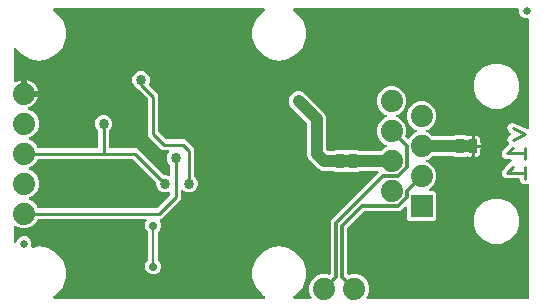
<source format=gbl>
G04 EAGLE Gerber RS-274X export*
G75*
%MOMM*%
%FSLAX34Y34*%
%LPD*%
%INBottom Copper*%
%IPPOS*%
%AMOC8*
5,1,8,0,0,1.08239X$1,22.5*%
G01*
%ADD10C,0.279400*%
%ADD11C,1.879600*%
%ADD12R,1.879600X1.879600*%
%ADD13R,0.660400X1.270000*%
%ADD14C,0.635000*%
%ADD15C,0.863600*%
%ADD16C,0.254000*%
%ADD17C,0.736600*%
%ADD18C,1.016000*%
%ADD19C,0.203200*%
%ADD20C,0.304800*%

G36*
X215748Y4083D02*
X215748Y4083D01*
X215893Y4098D01*
X215906Y4103D01*
X215919Y4105D01*
X216054Y4158D01*
X216191Y4209D01*
X216202Y4217D01*
X216215Y4222D01*
X216332Y4307D01*
X216452Y4390D01*
X216461Y4401D01*
X216472Y4408D01*
X216565Y4520D01*
X216660Y4631D01*
X216666Y4643D01*
X216675Y4653D01*
X216737Y4785D01*
X216802Y4916D01*
X216805Y4929D01*
X216810Y4941D01*
X216838Y5084D01*
X216868Y5227D01*
X216868Y5240D01*
X216870Y5253D01*
X216861Y5398D01*
X216855Y5544D01*
X216851Y5558D01*
X216850Y5571D01*
X216806Y5709D01*
X216763Y5849D01*
X216756Y5861D01*
X216752Y5873D01*
X216675Y5996D01*
X216599Y6121D01*
X216589Y6131D01*
X216582Y6142D01*
X216476Y6242D01*
X216372Y6344D01*
X216357Y6354D01*
X216351Y6360D01*
X216336Y6368D01*
X216238Y6433D01*
X213845Y7815D01*
X208720Y13922D01*
X205993Y21414D01*
X205993Y29386D01*
X208720Y36878D01*
X213844Y42985D01*
X220749Y46971D01*
X228600Y48355D01*
X236451Y46971D01*
X243355Y42985D01*
X248480Y36878D01*
X251207Y29386D01*
X251207Y21414D01*
X248480Y13922D01*
X243356Y7815D01*
X240962Y6433D01*
X240846Y6345D01*
X240728Y6260D01*
X240719Y6249D01*
X240709Y6241D01*
X240618Y6127D01*
X240525Y6015D01*
X240519Y6002D01*
X240511Y5992D01*
X240451Y5858D01*
X240390Y5727D01*
X240387Y5714D01*
X240382Y5701D01*
X240357Y5557D01*
X240330Y5414D01*
X240331Y5401D01*
X240328Y5388D01*
X240341Y5242D01*
X240350Y5097D01*
X240354Y5084D01*
X240355Y5071D01*
X240403Y4933D01*
X240448Y4795D01*
X240455Y4783D01*
X240459Y4770D01*
X240540Y4649D01*
X240618Y4526D01*
X240628Y4517D01*
X240635Y4505D01*
X240743Y4408D01*
X240849Y4308D01*
X240861Y4301D01*
X240871Y4292D01*
X241001Y4225D01*
X241128Y4154D01*
X241141Y4151D01*
X241153Y4145D01*
X241295Y4111D01*
X241436Y4075D01*
X241454Y4074D01*
X241463Y4072D01*
X241480Y4072D01*
X241597Y4065D01*
X254905Y4065D01*
X254954Y4071D01*
X255004Y4069D01*
X255111Y4091D01*
X255221Y4105D01*
X255267Y4123D01*
X255315Y4133D01*
X255414Y4181D01*
X255516Y4222D01*
X255556Y4251D01*
X255601Y4273D01*
X255685Y4344D01*
X255774Y4408D01*
X255805Y4447D01*
X255843Y4479D01*
X255906Y4569D01*
X255976Y4653D01*
X255998Y4698D01*
X256026Y4739D01*
X256065Y4842D01*
X256112Y4941D01*
X256121Y4990D01*
X256139Y5036D01*
X256151Y5146D01*
X256172Y5253D01*
X256169Y5303D01*
X256174Y5352D01*
X256159Y5461D01*
X256152Y5571D01*
X256137Y5618D01*
X256130Y5667D01*
X256078Y5820D01*
X254253Y10224D01*
X254253Y15176D01*
X256148Y19750D01*
X259650Y23252D01*
X264224Y25147D01*
X269176Y25147D01*
X270532Y24585D01*
X270580Y24572D01*
X270625Y24551D01*
X270733Y24530D01*
X270839Y24501D01*
X270889Y24500D01*
X270938Y24491D01*
X271047Y24498D01*
X271157Y24496D01*
X271205Y24507D01*
X271255Y24511D01*
X271359Y24544D01*
X271466Y24570D01*
X271510Y24593D01*
X271557Y24609D01*
X271650Y24667D01*
X271747Y24719D01*
X271784Y24752D01*
X271826Y24779D01*
X271901Y24859D01*
X271983Y24933D01*
X272010Y24974D01*
X272044Y25010D01*
X272097Y25107D01*
X272157Y25198D01*
X272174Y25245D01*
X272198Y25289D01*
X272225Y25395D01*
X272261Y25499D01*
X272265Y25549D01*
X272277Y25597D01*
X272287Y25757D01*
X272287Y70044D01*
X275338Y73095D01*
X312598Y110355D01*
X312683Y110464D01*
X312771Y110571D01*
X312780Y110590D01*
X312792Y110606D01*
X312848Y110734D01*
X312907Y110859D01*
X312911Y110879D01*
X312919Y110898D01*
X312941Y111036D01*
X312967Y111172D01*
X312965Y111192D01*
X312969Y111212D01*
X312956Y111351D01*
X312947Y111489D01*
X312941Y111508D01*
X312939Y111528D01*
X312892Y111660D01*
X312849Y111791D01*
X312838Y111809D01*
X312831Y111828D01*
X312753Y111943D01*
X312679Y112060D01*
X312664Y112074D01*
X312653Y112091D01*
X312549Y112183D01*
X312447Y112278D01*
X312429Y112288D01*
X312414Y112301D01*
X312291Y112364D01*
X312169Y112432D01*
X312149Y112437D01*
X312131Y112446D01*
X311995Y112476D01*
X311861Y112511D01*
X311833Y112513D01*
X311821Y112516D01*
X311800Y112515D01*
X311700Y112521D01*
X297318Y112521D01*
X297219Y112509D01*
X297120Y112506D01*
X297062Y112489D01*
X297002Y112481D01*
X296910Y112445D01*
X296815Y112417D01*
X296763Y112387D01*
X296706Y112364D01*
X296626Y112306D01*
X296541Y112256D01*
X296466Y112190D01*
X296449Y112178D01*
X296441Y112168D01*
X296420Y112149D01*
X295522Y111251D01*
X286261Y111251D01*
X286181Y111292D01*
X286141Y111301D01*
X286104Y111317D01*
X285987Y111336D01*
X285870Y111362D01*
X285830Y111361D01*
X285790Y111367D01*
X285672Y111356D01*
X285553Y111352D01*
X285514Y111341D01*
X285474Y111337D01*
X285361Y111297D01*
X285247Y111264D01*
X285226Y111251D01*
X275978Y111251D01*
X275080Y112150D01*
X275002Y112210D01*
X274930Y112278D01*
X274877Y112307D01*
X274829Y112344D01*
X274738Y112384D01*
X274651Y112432D01*
X274592Y112447D01*
X274537Y112471D01*
X274439Y112486D01*
X274343Y112511D01*
X274243Y112517D01*
X274223Y112521D01*
X274210Y112519D01*
X274182Y112521D01*
X265083Y112521D01*
X262095Y113759D01*
X253459Y122395D01*
X252221Y125383D01*
X252221Y152317D01*
X252209Y152415D01*
X252206Y152514D01*
X252189Y152573D01*
X252181Y152633D01*
X252145Y152725D01*
X252117Y152820D01*
X252087Y152872D01*
X252064Y152928D01*
X252006Y153008D01*
X251956Y153094D01*
X251890Y153169D01*
X251878Y153186D01*
X251868Y153194D01*
X251850Y153215D01*
X238219Y166845D01*
X236981Y169833D01*
X236981Y173067D01*
X238219Y176055D01*
X240505Y178341D01*
X243493Y179579D01*
X246727Y179579D01*
X249715Y178341D01*
X267241Y160815D01*
X268479Y157827D01*
X268479Y130893D01*
X268491Y130795D01*
X268494Y130696D01*
X268511Y130637D01*
X268519Y130577D01*
X268555Y130485D01*
X268583Y130390D01*
X268613Y130338D01*
X268636Y130282D01*
X268694Y130202D01*
X268744Y130116D01*
X268810Y130041D01*
X268822Y130024D01*
X268832Y130016D01*
X268850Y129995D01*
X269695Y129150D01*
X269774Y129090D01*
X269846Y129022D01*
X269899Y128993D01*
X269947Y128956D01*
X270038Y128916D01*
X270124Y128868D01*
X270183Y128853D01*
X270238Y128829D01*
X270336Y128814D01*
X270432Y128789D01*
X270532Y128783D01*
X270553Y128779D01*
X270565Y128781D01*
X270593Y128779D01*
X274182Y128779D01*
X274281Y128791D01*
X274380Y128794D01*
X274438Y128811D01*
X274498Y128819D01*
X274590Y128855D01*
X274685Y128883D01*
X274737Y128913D01*
X274794Y128936D01*
X274874Y128994D01*
X274959Y129044D01*
X275034Y129110D01*
X275051Y129122D01*
X275059Y129132D01*
X275080Y129150D01*
X275978Y130049D01*
X285239Y130049D01*
X285319Y130008D01*
X285358Y129999D01*
X285395Y129983D01*
X285513Y129964D01*
X285629Y129938D01*
X285670Y129939D01*
X285710Y129933D01*
X285828Y129944D01*
X285947Y129948D01*
X285986Y129959D01*
X286026Y129963D01*
X286138Y130003D01*
X286253Y130036D01*
X286274Y130049D01*
X295522Y130049D01*
X296420Y129151D01*
X296498Y129090D01*
X296570Y129022D01*
X296624Y128993D01*
X296671Y128956D01*
X296762Y128916D01*
X296849Y128868D01*
X296908Y128853D01*
X296963Y128829D01*
X297061Y128814D01*
X297157Y128789D01*
X297257Y128783D01*
X297277Y128779D01*
X297290Y128781D01*
X297318Y128779D01*
X313851Y128779D01*
X313949Y128791D01*
X314048Y128794D01*
X314106Y128811D01*
X314166Y128819D01*
X314258Y128855D01*
X314353Y128883D01*
X314406Y128913D01*
X314462Y128936D01*
X314542Y128994D01*
X314627Y129044D01*
X314703Y129110D01*
X314719Y129122D01*
X314727Y129132D01*
X314748Y129150D01*
X316800Y131202D01*
X319155Y132177D01*
X319275Y132246D01*
X319398Y132311D01*
X319413Y132325D01*
X319431Y132335D01*
X319531Y132432D01*
X319634Y132525D01*
X319645Y132542D01*
X319659Y132556D01*
X319732Y132675D01*
X319808Y132791D01*
X319815Y132810D01*
X319826Y132827D01*
X319866Y132960D01*
X319912Y133092D01*
X319913Y133112D01*
X319919Y133131D01*
X319926Y133270D01*
X319937Y133409D01*
X319933Y133429D01*
X319934Y133449D01*
X319906Y133585D01*
X319882Y133722D01*
X319874Y133741D01*
X319870Y133760D01*
X319809Y133886D01*
X319752Y134012D01*
X319739Y134028D01*
X319730Y134046D01*
X319640Y134152D01*
X319553Y134260D01*
X319537Y134273D01*
X319524Y134288D01*
X319410Y134368D01*
X319299Y134452D01*
X319274Y134464D01*
X319264Y134471D01*
X319245Y134478D01*
X319155Y134523D01*
X316800Y135498D01*
X313298Y139000D01*
X311403Y143574D01*
X311403Y148526D01*
X313298Y153100D01*
X316800Y156602D01*
X319155Y157577D01*
X319275Y157646D01*
X319398Y157711D01*
X319413Y157725D01*
X319431Y157735D01*
X319531Y157832D01*
X319634Y157925D01*
X319645Y157942D01*
X319659Y157956D01*
X319732Y158075D01*
X319808Y158191D01*
X319815Y158210D01*
X319826Y158227D01*
X319867Y158360D01*
X319912Y158492D01*
X319913Y158512D01*
X319919Y158531D01*
X319926Y158670D01*
X319937Y158809D01*
X319933Y158829D01*
X319934Y158849D01*
X319906Y158985D01*
X319882Y159122D01*
X319874Y159141D01*
X319870Y159160D01*
X319809Y159286D01*
X319752Y159412D01*
X319739Y159428D01*
X319730Y159446D01*
X319640Y159552D01*
X319553Y159660D01*
X319537Y159673D01*
X319524Y159688D01*
X319410Y159768D01*
X319299Y159852D01*
X319274Y159864D01*
X319264Y159871D01*
X319245Y159878D01*
X319155Y159923D01*
X316799Y160898D01*
X313298Y164400D01*
X311403Y168974D01*
X311403Y173926D01*
X313298Y178500D01*
X316800Y182002D01*
X321374Y183897D01*
X326326Y183897D01*
X330900Y182002D01*
X334402Y178500D01*
X336297Y173926D01*
X336297Y168974D01*
X334402Y164400D01*
X330901Y160898D01*
X328545Y159923D01*
X328424Y159854D01*
X328302Y159789D01*
X328287Y159775D01*
X328269Y159765D01*
X328169Y159668D01*
X328066Y159575D01*
X328055Y159558D01*
X328041Y159544D01*
X327968Y159426D01*
X327892Y159309D01*
X327885Y159290D01*
X327874Y159273D01*
X327834Y159140D01*
X327788Y159008D01*
X327787Y158988D01*
X327781Y158969D01*
X327774Y158830D01*
X327763Y158691D01*
X327767Y158671D01*
X327766Y158651D01*
X327794Y158515D01*
X327818Y158378D01*
X327826Y158359D01*
X327830Y158340D01*
X327891Y158215D01*
X327948Y158088D01*
X327961Y158072D01*
X327970Y158054D01*
X328060Y157948D01*
X328147Y157840D01*
X328163Y157827D01*
X328176Y157812D01*
X328290Y157732D01*
X328401Y157648D01*
X328426Y157636D01*
X328436Y157629D01*
X328455Y157622D01*
X328545Y157577D01*
X330900Y156602D01*
X334402Y153100D01*
X336297Y148526D01*
X336297Y143574D01*
X335595Y141880D01*
X335587Y141852D01*
X335574Y141825D01*
X335545Y141698D01*
X335511Y141573D01*
X335511Y141544D01*
X335504Y141515D01*
X335508Y141385D01*
X335506Y141255D01*
X335513Y141226D01*
X335514Y141197D01*
X335550Y141072D01*
X335580Y140946D01*
X335594Y140920D01*
X335602Y140891D01*
X335668Y140780D01*
X335729Y140665D01*
X335749Y140643D01*
X335764Y140618D01*
X335870Y140497D01*
X336555Y139812D01*
X336594Y139781D01*
X336628Y139745D01*
X336719Y139684D01*
X336806Y139617D01*
X336852Y139597D01*
X336893Y139570D01*
X336997Y139534D01*
X337098Y139491D01*
X337147Y139483D01*
X337194Y139467D01*
X337303Y139458D01*
X337412Y139441D01*
X337462Y139446D01*
X337511Y139442D01*
X337619Y139460D01*
X337729Y139471D01*
X337776Y139487D01*
X337824Y139496D01*
X337924Y139541D01*
X338028Y139578D01*
X338069Y139606D01*
X338114Y139627D01*
X338200Y139695D01*
X338291Y139757D01*
X338324Y139794D01*
X338363Y139825D01*
X338429Y139913D01*
X338502Y139995D01*
X338524Y140040D01*
X338554Y140079D01*
X338625Y140224D01*
X338698Y140401D01*
X342200Y143902D01*
X344555Y144877D01*
X344675Y144946D01*
X344798Y145011D01*
X344813Y145025D01*
X344831Y145035D01*
X344931Y145132D01*
X345034Y145225D01*
X345045Y145242D01*
X345059Y145256D01*
X345132Y145375D01*
X345208Y145491D01*
X345215Y145510D01*
X345226Y145527D01*
X345266Y145660D01*
X345312Y145792D01*
X345313Y145812D01*
X345319Y145831D01*
X345326Y145970D01*
X345337Y146109D01*
X345333Y146129D01*
X345334Y146149D01*
X345306Y146285D01*
X345282Y146422D01*
X345274Y146441D01*
X345270Y146460D01*
X345209Y146586D01*
X345152Y146712D01*
X345139Y146728D01*
X345130Y146746D01*
X345040Y146852D01*
X344953Y146960D01*
X344937Y146973D01*
X344924Y146988D01*
X344810Y147068D01*
X344699Y147152D01*
X344674Y147164D01*
X344664Y147171D01*
X344645Y147178D01*
X344555Y147223D01*
X342200Y148198D01*
X338698Y151700D01*
X336803Y156274D01*
X336803Y161226D01*
X338698Y165800D01*
X342200Y169302D01*
X346774Y171197D01*
X351726Y171197D01*
X356300Y169302D01*
X359802Y165800D01*
X361697Y161226D01*
X361697Y156274D01*
X359802Y151700D01*
X356300Y148198D01*
X353945Y147223D01*
X353825Y147154D01*
X353702Y147089D01*
X353687Y147075D01*
X353669Y147065D01*
X353569Y146968D01*
X353466Y146875D01*
X353455Y146858D01*
X353441Y146844D01*
X353368Y146726D01*
X353292Y146609D01*
X353285Y146590D01*
X353274Y146573D01*
X353234Y146440D01*
X353188Y146308D01*
X353187Y146288D01*
X353181Y146269D01*
X353174Y146130D01*
X353163Y145991D01*
X353167Y145971D01*
X353166Y145951D01*
X353194Y145815D01*
X353218Y145678D01*
X353226Y145659D01*
X353230Y145640D01*
X353291Y145515D01*
X353348Y145388D01*
X353361Y145372D01*
X353370Y145354D01*
X353460Y145248D01*
X353547Y145140D01*
X353563Y145127D01*
X353576Y145112D01*
X353690Y145032D01*
X353801Y144948D01*
X353826Y144936D01*
X353836Y144929D01*
X353855Y144922D01*
X353945Y144877D01*
X356300Y143902D01*
X358352Y141850D01*
X358430Y141790D01*
X358502Y141722D01*
X358555Y141693D01*
X358603Y141656D01*
X358694Y141616D01*
X358781Y141568D01*
X358839Y141553D01*
X358895Y141529D01*
X358993Y141514D01*
X359089Y141489D01*
X359189Y141483D01*
X359209Y141479D01*
X359221Y141481D01*
X359249Y141479D01*
X375782Y141479D01*
X375881Y141491D01*
X375980Y141494D01*
X376038Y141511D01*
X376098Y141519D01*
X376190Y141555D01*
X376285Y141583D01*
X376337Y141613D01*
X376394Y141636D01*
X376474Y141694D01*
X376559Y141744D01*
X376634Y141810D01*
X376651Y141822D01*
X376659Y141832D01*
X376680Y141851D01*
X377578Y142749D01*
X386708Y142749D01*
X387058Y142399D01*
X387141Y142334D01*
X387219Y142262D01*
X387267Y142237D01*
X387309Y142204D01*
X387406Y142162D01*
X387499Y142112D01*
X387551Y142099D01*
X387601Y142077D01*
X387706Y142061D01*
X387808Y142035D01*
X387862Y142036D01*
X387915Y142028D01*
X388020Y142037D01*
X388126Y142038D01*
X388210Y142055D01*
X388232Y142057D01*
X388246Y142063D01*
X388284Y142070D01*
X388921Y142241D01*
X391017Y142241D01*
X391027Y142209D01*
X391049Y142174D01*
X391064Y142137D01*
X391133Y142041D01*
X391197Y141940D01*
X391227Y141912D01*
X391250Y141879D01*
X391342Y141803D01*
X391429Y141722D01*
X391464Y141702D01*
X391495Y141677D01*
X391603Y141626D01*
X391707Y141568D01*
X391747Y141558D01*
X391783Y141541D01*
X391900Y141519D01*
X392015Y141489D01*
X392075Y141485D01*
X392095Y141481D01*
X392116Y141483D01*
X392176Y141479D01*
X392938Y141479D01*
X393056Y141494D01*
X393175Y141501D01*
X393213Y141514D01*
X393254Y141519D01*
X393364Y141562D01*
X393477Y141599D01*
X393512Y141621D01*
X393549Y141636D01*
X393645Y141705D01*
X393746Y141769D01*
X393774Y141799D01*
X393807Y141822D01*
X393883Y141914D01*
X393964Y142001D01*
X393984Y142036D01*
X394009Y142067D01*
X394060Y142175D01*
X394096Y142241D01*
X396193Y142241D01*
X396840Y142068D01*
X397419Y141733D01*
X397892Y141260D01*
X398227Y140681D01*
X398400Y140034D01*
X398400Y137366D01*
X398401Y137356D01*
X398400Y137347D01*
X398421Y137198D01*
X398440Y137050D01*
X398443Y137041D01*
X398444Y137032D01*
X398496Y136880D01*
X399289Y134967D01*
X399289Y131733D01*
X398496Y129820D01*
X398494Y129811D01*
X398489Y129803D01*
X398452Y129658D01*
X398412Y129513D01*
X398412Y129504D01*
X398410Y129495D01*
X398400Y129334D01*
X398400Y126665D01*
X398227Y126019D01*
X397892Y125440D01*
X397419Y124967D01*
X396840Y124632D01*
X396193Y124459D01*
X394097Y124459D01*
X394087Y124491D01*
X394065Y124526D01*
X394050Y124563D01*
X393981Y124659D01*
X393917Y124760D01*
X393887Y124788D01*
X393864Y124821D01*
X393772Y124897D01*
X393685Y124978D01*
X393650Y124998D01*
X393619Y125023D01*
X393511Y125074D01*
X393407Y125132D01*
X393367Y125142D01*
X393331Y125159D01*
X393214Y125181D01*
X393099Y125211D01*
X393039Y125215D01*
X393019Y125219D01*
X392998Y125217D01*
X392938Y125221D01*
X392176Y125221D01*
X392058Y125206D01*
X391939Y125199D01*
X391901Y125186D01*
X391860Y125181D01*
X391750Y125138D01*
X391637Y125101D01*
X391602Y125079D01*
X391565Y125064D01*
X391468Y124995D01*
X391368Y124931D01*
X391340Y124901D01*
X391307Y124878D01*
X391231Y124786D01*
X391150Y124699D01*
X391130Y124664D01*
X391105Y124633D01*
X391054Y124525D01*
X391018Y124459D01*
X388920Y124459D01*
X388284Y124630D01*
X388179Y124644D01*
X388076Y124667D01*
X388022Y124666D01*
X387969Y124673D01*
X387864Y124661D01*
X387758Y124658D01*
X387706Y124643D01*
X387653Y124637D01*
X387554Y124599D01*
X387453Y124569D01*
X387406Y124542D01*
X387356Y124523D01*
X387270Y124461D01*
X387179Y124408D01*
X387115Y124351D01*
X387097Y124339D01*
X387086Y124327D01*
X387058Y124301D01*
X386708Y123951D01*
X377578Y123951D01*
X376680Y124849D01*
X376602Y124910D01*
X376530Y124978D01*
X376476Y125007D01*
X376429Y125044D01*
X376338Y125084D01*
X376251Y125132D01*
X376192Y125147D01*
X376137Y125171D01*
X376039Y125186D01*
X375943Y125211D01*
X375843Y125217D01*
X375823Y125221D01*
X375810Y125219D01*
X375782Y125221D01*
X359249Y125221D01*
X359151Y125209D01*
X359052Y125206D01*
X358994Y125189D01*
X358934Y125181D01*
X358842Y125145D01*
X358747Y125117D01*
X358694Y125087D01*
X358638Y125064D01*
X358558Y125006D01*
X358473Y124956D01*
X358397Y124890D01*
X358381Y124878D01*
X358373Y124868D01*
X358352Y124850D01*
X356300Y122798D01*
X353945Y121823D01*
X353825Y121754D01*
X353702Y121689D01*
X353687Y121675D01*
X353669Y121665D01*
X353569Y121568D01*
X353466Y121475D01*
X353455Y121458D01*
X353441Y121444D01*
X353368Y121326D01*
X353292Y121209D01*
X353285Y121190D01*
X353274Y121173D01*
X353234Y121040D01*
X353188Y120908D01*
X353187Y120888D01*
X353181Y120869D01*
X353174Y120730D01*
X353163Y120591D01*
X353167Y120571D01*
X353166Y120551D01*
X353194Y120415D01*
X353218Y120278D01*
X353226Y120259D01*
X353230Y120240D01*
X353291Y120115D01*
X353348Y119988D01*
X353361Y119972D01*
X353370Y119954D01*
X353460Y119848D01*
X353547Y119740D01*
X353563Y119727D01*
X353576Y119712D01*
X353690Y119632D01*
X353801Y119548D01*
X353826Y119536D01*
X353836Y119529D01*
X353855Y119522D01*
X353945Y119477D01*
X356300Y118502D01*
X359802Y115000D01*
X361697Y110426D01*
X361697Y105474D01*
X359802Y100900D01*
X356286Y97384D01*
X356273Y97378D01*
X356200Y97326D01*
X356122Y97281D01*
X356072Y97233D01*
X356015Y97192D01*
X355958Y97122D01*
X355894Y97060D01*
X355857Y97000D01*
X355812Y96947D01*
X355774Y96865D01*
X355727Y96789D01*
X355707Y96722D01*
X355677Y96659D01*
X355660Y96571D01*
X355634Y96485D01*
X355630Y96415D01*
X355617Y96346D01*
X355623Y96257D01*
X355618Y96167D01*
X355633Y96099D01*
X355637Y96029D01*
X355665Y95944D01*
X355683Y95856D01*
X355713Y95793D01*
X355735Y95727D01*
X355783Y95651D01*
X355822Y95570D01*
X355868Y95517D01*
X355905Y95458D01*
X355970Y95396D01*
X356029Y95328D01*
X356086Y95288D01*
X356137Y95240D01*
X356215Y95197D01*
X356289Y95145D01*
X356354Y95120D01*
X356415Y95086D01*
X356502Y95064D01*
X356586Y95032D01*
X356656Y95024D01*
X356723Y95007D01*
X356884Y94997D01*
X359911Y94997D01*
X361697Y93211D01*
X361697Y71889D01*
X359911Y70103D01*
X338589Y70103D01*
X336803Y71889D01*
X336803Y80712D01*
X336786Y80849D01*
X336773Y80988D01*
X336766Y81007D01*
X336763Y81027D01*
X336712Y81156D01*
X336665Y81287D01*
X336654Y81304D01*
X336646Y81323D01*
X336565Y81435D01*
X336487Y81550D01*
X336471Y81564D01*
X336460Y81580D01*
X336352Y81669D01*
X336248Y81761D01*
X336230Y81770D01*
X336215Y81783D01*
X336089Y81842D01*
X335965Y81905D01*
X335945Y81910D01*
X335927Y81919D01*
X335791Y81945D01*
X335655Y81975D01*
X335634Y81974D01*
X335615Y81978D01*
X335476Y81970D01*
X335337Y81965D01*
X335317Y81960D01*
X335297Y81959D01*
X335165Y81916D01*
X335031Y81877D01*
X335014Y81867D01*
X334995Y81861D01*
X334877Y81786D01*
X334757Y81716D01*
X334736Y81697D01*
X334726Y81690D01*
X334712Y81675D01*
X334637Y81609D01*
X334055Y81028D01*
X331005Y77977D01*
X300870Y77977D01*
X300772Y77965D01*
X300673Y77962D01*
X300614Y77945D01*
X300554Y77937D01*
X300462Y77901D01*
X300367Y77873D01*
X300315Y77843D01*
X300259Y77820D01*
X300179Y77762D01*
X300093Y77712D01*
X300018Y77646D01*
X300001Y77634D01*
X299993Y77624D01*
X299972Y77606D01*
X286884Y64518D01*
X286824Y64439D01*
X286756Y64367D01*
X286727Y64314D01*
X286690Y64266D01*
X286650Y64175D01*
X286602Y64089D01*
X286587Y64030D01*
X286563Y63975D01*
X286548Y63876D01*
X286523Y63781D01*
X286517Y63681D01*
X286513Y63660D01*
X286515Y63648D01*
X286513Y63620D01*
X286513Y25757D01*
X286519Y25708D01*
X286517Y25659D01*
X286539Y25551D01*
X286553Y25442D01*
X286571Y25396D01*
X286581Y25347D01*
X286629Y25249D01*
X286670Y25146D01*
X286699Y25106D01*
X286721Y25061D01*
X286792Y24978D01*
X286856Y24889D01*
X286895Y24857D01*
X286927Y24819D01*
X287017Y24756D01*
X287101Y24686D01*
X287146Y24665D01*
X287187Y24636D01*
X287290Y24597D01*
X287389Y24551D01*
X287438Y24541D01*
X287484Y24524D01*
X287594Y24511D01*
X287701Y24491D01*
X287751Y24494D01*
X287800Y24488D01*
X287909Y24504D01*
X288019Y24511D01*
X288066Y24526D01*
X288115Y24533D01*
X288268Y24585D01*
X289624Y25147D01*
X294576Y25147D01*
X299150Y23252D01*
X302652Y19750D01*
X304547Y15176D01*
X304547Y10224D01*
X302722Y5820D01*
X302709Y5772D01*
X302688Y5727D01*
X302667Y5619D01*
X302638Y5513D01*
X302638Y5463D01*
X302628Y5414D01*
X302635Y5305D01*
X302633Y5195D01*
X302645Y5147D01*
X302648Y5097D01*
X302682Y4993D01*
X302707Y4886D01*
X302731Y4842D01*
X302746Y4795D01*
X302805Y4702D01*
X302856Y4605D01*
X302890Y4568D01*
X302916Y4526D01*
X302996Y4451D01*
X303070Y4369D01*
X303112Y4342D01*
X303148Y4308D01*
X303244Y4255D01*
X303336Y4195D01*
X303383Y4178D01*
X303426Y4154D01*
X303533Y4127D01*
X303637Y4091D01*
X303686Y4087D01*
X303734Y4075D01*
X303895Y4065D01*
X439166Y4065D01*
X439284Y4080D01*
X439403Y4087D01*
X439441Y4100D01*
X439482Y4105D01*
X439592Y4148D01*
X439705Y4185D01*
X439740Y4207D01*
X439777Y4222D01*
X439873Y4291D01*
X439974Y4355D01*
X440002Y4385D01*
X440035Y4408D01*
X440111Y4500D01*
X440192Y4587D01*
X440212Y4622D01*
X440237Y4653D01*
X440288Y4761D01*
X440346Y4865D01*
X440356Y4905D01*
X440373Y4941D01*
X440395Y5058D01*
X440425Y5173D01*
X440429Y5233D01*
X440433Y5253D01*
X440431Y5274D01*
X440435Y5334D01*
X440435Y100052D01*
X440418Y100189D01*
X440405Y100328D01*
X440398Y100347D01*
X440395Y100367D01*
X440344Y100496D01*
X440297Y100628D01*
X440286Y100644D01*
X440278Y100663D01*
X440197Y100775D01*
X440118Y100891D01*
X440103Y100904D01*
X440092Y100920D01*
X439984Y101009D01*
X439880Y101101D01*
X439862Y101110D01*
X439847Y101123D01*
X439721Y101182D01*
X439597Y101246D01*
X439577Y101250D01*
X439559Y101258D01*
X439422Y101285D01*
X439286Y101315D01*
X439266Y101314D01*
X439247Y101318D01*
X439107Y101310D01*
X438968Y101305D01*
X438949Y101300D01*
X438929Y101298D01*
X438857Y101275D01*
X434912Y101275D01*
X432307Y103879D01*
X432307Y105005D01*
X432292Y105124D01*
X432285Y105242D01*
X432272Y105281D01*
X432267Y105321D01*
X432224Y105432D01*
X432187Y105545D01*
X432165Y105579D01*
X432150Y105617D01*
X432081Y105713D01*
X432017Y105813D01*
X431987Y105841D01*
X431964Y105874D01*
X431872Y105950D01*
X431785Y106031D01*
X431750Y106051D01*
X431719Y106077D01*
X431611Y106127D01*
X431507Y106185D01*
X431467Y106195D01*
X431431Y106212D01*
X431314Y106235D01*
X431199Y106264D01*
X431139Y106268D01*
X431119Y106272D01*
X431098Y106271D01*
X431038Y106275D01*
X419913Y106275D01*
X418635Y107552D01*
X417308Y108879D01*
X417308Y112562D01*
X419679Y114932D01*
X420284Y115538D01*
X425226Y120479D01*
X425311Y120589D01*
X425400Y120696D01*
X425409Y120715D01*
X425421Y120731D01*
X425477Y120859D01*
X425536Y120984D01*
X425539Y121004D01*
X425547Y121022D01*
X425569Y121160D01*
X425595Y121296D01*
X425594Y121316D01*
X425597Y121337D01*
X425584Y121475D01*
X425576Y121614D01*
X425569Y121633D01*
X425567Y121653D01*
X425520Y121784D01*
X425478Y121916D01*
X425467Y121933D01*
X425460Y121952D01*
X425382Y122068D01*
X425307Y122185D01*
X425293Y122199D01*
X425281Y122216D01*
X425177Y122308D01*
X425076Y122403D01*
X425058Y122413D01*
X425043Y122426D01*
X424919Y122489D01*
X424797Y122556D01*
X424778Y122561D01*
X424760Y122571D01*
X424624Y122601D01*
X424489Y122636D01*
X424461Y122638D01*
X424449Y122640D01*
X424429Y122640D01*
X424329Y122646D01*
X419913Y122646D01*
X418635Y123924D01*
X417308Y125250D01*
X417308Y128933D01*
X419679Y131304D01*
X420284Y131909D01*
X422822Y134446D01*
X422867Y134505D01*
X422920Y134558D01*
X422964Y134630D01*
X423017Y134698D01*
X423046Y134766D01*
X423085Y134830D01*
X423109Y134911D01*
X423143Y134990D01*
X423155Y135063D01*
X423176Y135135D01*
X423179Y135219D01*
X423193Y135304D01*
X423186Y135378D01*
X423189Y135452D01*
X423171Y135536D01*
X423163Y135620D01*
X423138Y135691D01*
X423122Y135763D01*
X423059Y135912D01*
X421954Y138123D01*
X423119Y141617D01*
X424542Y142328D01*
X424583Y142356D01*
X424628Y142376D01*
X424714Y142444D01*
X424806Y142505D01*
X424839Y142542D01*
X424878Y142572D01*
X424945Y142660D01*
X425018Y142742D01*
X425041Y142786D01*
X425071Y142825D01*
X425114Y142926D01*
X425165Y143024D01*
X425176Y143072D01*
X425195Y143118D01*
X425212Y143227D01*
X425237Y143334D01*
X425235Y143383D01*
X425243Y143432D01*
X425232Y143542D01*
X425229Y143652D01*
X425216Y143699D01*
X425211Y143749D01*
X425173Y143852D01*
X425143Y143958D01*
X425118Y144001D01*
X425101Y144047D01*
X425038Y144138D01*
X424983Y144233D01*
X424949Y144268D01*
X424921Y144309D01*
X424838Y144381D01*
X424760Y144460D01*
X424718Y144485D01*
X424681Y144518D01*
X424542Y144599D01*
X423119Y145310D01*
X421954Y148804D01*
X423601Y152098D01*
X427095Y153263D01*
X438378Y147621D01*
X438387Y147618D01*
X438395Y147613D01*
X438457Y147588D01*
X438472Y147580D01*
X438487Y147576D01*
X438544Y147553D01*
X438765Y147479D01*
X438769Y147478D01*
X438773Y147476D01*
X438922Y147448D01*
X439076Y147417D01*
X439081Y147417D01*
X439086Y147416D01*
X439239Y147426D01*
X439394Y147435D01*
X439398Y147436D01*
X439403Y147436D01*
X439549Y147483D01*
X439697Y147530D01*
X439701Y147533D01*
X439705Y147534D01*
X439835Y147617D01*
X439967Y147699D01*
X439970Y147702D01*
X439974Y147704D01*
X440081Y147818D01*
X440187Y147929D01*
X440189Y147933D01*
X440192Y147936D01*
X440267Y148072D01*
X440342Y148206D01*
X440343Y148211D01*
X440346Y148215D01*
X440384Y148364D01*
X440424Y148513D01*
X440424Y148518D01*
X440425Y148522D01*
X440435Y148683D01*
X440435Y240157D01*
X440420Y240275D01*
X440413Y240394D01*
X440400Y240432D01*
X440395Y240473D01*
X440352Y240583D01*
X440315Y240696D01*
X440293Y240731D01*
X440278Y240768D01*
X440209Y240864D01*
X440145Y240965D01*
X440115Y240993D01*
X440092Y241026D01*
X440000Y241102D01*
X439913Y241183D01*
X439878Y241203D01*
X439847Y241228D01*
X439739Y241279D01*
X439635Y241337D01*
X439595Y241347D01*
X439559Y241364D01*
X439442Y241386D01*
X439327Y241416D01*
X439267Y241420D01*
X439247Y241424D01*
X439226Y241422D01*
X439166Y241426D01*
X436912Y241426D01*
X434625Y242374D01*
X432874Y244125D01*
X431926Y246412D01*
X431926Y248666D01*
X431911Y248784D01*
X431904Y248903D01*
X431891Y248941D01*
X431886Y248982D01*
X431843Y249092D01*
X431806Y249205D01*
X431784Y249240D01*
X431769Y249277D01*
X431700Y249373D01*
X431636Y249474D01*
X431606Y249502D01*
X431583Y249535D01*
X431491Y249611D01*
X431404Y249692D01*
X431369Y249712D01*
X431338Y249737D01*
X431230Y249788D01*
X431126Y249846D01*
X431086Y249856D01*
X431050Y249873D01*
X430933Y249895D01*
X430818Y249925D01*
X430758Y249929D01*
X430738Y249933D01*
X430717Y249931D01*
X430657Y249935D01*
X241597Y249935D01*
X241452Y249917D01*
X241307Y249902D01*
X241294Y249897D01*
X241281Y249895D01*
X241146Y249842D01*
X241009Y249791D01*
X240998Y249783D01*
X240985Y249778D01*
X240868Y249693D01*
X240748Y249610D01*
X240739Y249599D01*
X240728Y249592D01*
X240635Y249480D01*
X240540Y249369D01*
X240534Y249357D01*
X240525Y249347D01*
X240463Y249215D01*
X240398Y249084D01*
X240395Y249071D01*
X240390Y249059D01*
X240362Y248917D01*
X240332Y248773D01*
X240332Y248760D01*
X240330Y248747D01*
X240339Y248602D01*
X240345Y248456D01*
X240349Y248442D01*
X240350Y248429D01*
X240394Y248291D01*
X240437Y248151D01*
X240444Y248139D01*
X240448Y248127D01*
X240525Y248004D01*
X240601Y247879D01*
X240611Y247869D01*
X240618Y247858D01*
X240724Y247758D01*
X240828Y247656D01*
X240843Y247646D01*
X240849Y247640D01*
X240864Y247632D01*
X240962Y247567D01*
X243355Y246185D01*
X248480Y240078D01*
X251207Y232586D01*
X251207Y224614D01*
X248480Y217122D01*
X243356Y211015D01*
X236451Y207029D01*
X228600Y205645D01*
X220749Y207029D01*
X213845Y211015D01*
X208720Y217122D01*
X205993Y224614D01*
X205993Y232586D01*
X208720Y240078D01*
X213844Y246185D01*
X216238Y247567D01*
X216354Y247655D01*
X216472Y247740D01*
X216481Y247751D01*
X216491Y247759D01*
X216582Y247873D01*
X216675Y247985D01*
X216681Y247998D01*
X216689Y248008D01*
X216749Y248142D01*
X216810Y248273D01*
X216813Y248286D01*
X216818Y248299D01*
X216843Y248443D01*
X216870Y248586D01*
X216869Y248599D01*
X216872Y248612D01*
X216859Y248758D01*
X216850Y248903D01*
X216846Y248916D01*
X216845Y248929D01*
X216797Y249067D01*
X216752Y249205D01*
X216745Y249217D01*
X216741Y249230D01*
X216660Y249351D01*
X216582Y249474D01*
X216572Y249483D01*
X216565Y249495D01*
X216457Y249592D01*
X216351Y249692D01*
X216339Y249699D01*
X216329Y249708D01*
X216199Y249775D01*
X216072Y249846D01*
X216059Y249849D01*
X216047Y249855D01*
X215905Y249889D01*
X215764Y249925D01*
X215746Y249926D01*
X215737Y249928D01*
X215720Y249928D01*
X215603Y249935D01*
X38397Y249935D01*
X38252Y249917D01*
X38107Y249902D01*
X38094Y249897D01*
X38081Y249895D01*
X37946Y249842D01*
X37809Y249791D01*
X37798Y249783D01*
X37785Y249778D01*
X37668Y249693D01*
X37548Y249610D01*
X37539Y249599D01*
X37528Y249592D01*
X37435Y249480D01*
X37340Y249369D01*
X37334Y249357D01*
X37325Y249347D01*
X37263Y249215D01*
X37198Y249084D01*
X37195Y249071D01*
X37190Y249059D01*
X37162Y248917D01*
X37132Y248773D01*
X37132Y248760D01*
X37130Y248747D01*
X37139Y248602D01*
X37145Y248456D01*
X37149Y248442D01*
X37150Y248429D01*
X37194Y248291D01*
X37237Y248151D01*
X37244Y248139D01*
X37248Y248127D01*
X37325Y248004D01*
X37401Y247879D01*
X37411Y247869D01*
X37418Y247858D01*
X37524Y247758D01*
X37628Y247656D01*
X37643Y247646D01*
X37649Y247640D01*
X37664Y247632D01*
X37762Y247567D01*
X40155Y246185D01*
X45280Y240078D01*
X48007Y232586D01*
X48007Y224614D01*
X45280Y217122D01*
X40156Y211015D01*
X33251Y207029D01*
X25400Y205645D01*
X17549Y207029D01*
X10645Y211015D01*
X6306Y216185D01*
X6280Y216209D01*
X6260Y216238D01*
X6164Y216317D01*
X6073Y216401D01*
X6042Y216418D01*
X6015Y216441D01*
X5902Y216494D01*
X5793Y216553D01*
X5759Y216561D01*
X5727Y216576D01*
X5605Y216599D01*
X5485Y216630D01*
X5449Y216629D01*
X5414Y216636D01*
X5291Y216628D01*
X5167Y216627D01*
X5132Y216618D01*
X5097Y216616D01*
X4979Y216578D01*
X4859Y216546D01*
X4828Y216529D01*
X4795Y216518D01*
X4690Y216452D01*
X4581Y216391D01*
X4556Y216367D01*
X4526Y216348D01*
X4441Y216258D01*
X4351Y216172D01*
X4332Y216142D01*
X4308Y216116D01*
X4248Y216008D01*
X4182Y215903D01*
X4171Y215869D01*
X4154Y215838D01*
X4123Y215718D01*
X4086Y215600D01*
X4084Y215564D01*
X4075Y215530D01*
X4065Y215369D01*
X4065Y188774D01*
X4070Y188735D01*
X4067Y188695D01*
X4090Y188577D01*
X4105Y188459D01*
X4119Y188422D01*
X4127Y188383D01*
X4178Y188274D01*
X4222Y188163D01*
X4245Y188131D01*
X4262Y188095D01*
X4338Y188003D01*
X4408Y187906D01*
X4439Y187880D01*
X4464Y187850D01*
X4561Y187779D01*
X4653Y187703D01*
X4689Y187686D01*
X4722Y187662D01*
X4833Y187618D01*
X4941Y187567D01*
X4980Y187560D01*
X5017Y187545D01*
X5136Y187530D01*
X5253Y187508D01*
X5293Y187510D01*
X5333Y187505D01*
X5452Y187520D01*
X5571Y187527D01*
X5609Y187540D01*
X5648Y187545D01*
X5760Y187588D01*
X5873Y187625D01*
X5907Y187647D01*
X5944Y187661D01*
X6080Y187747D01*
X6443Y188011D01*
X8117Y188864D01*
X9904Y189445D01*
X10161Y189485D01*
X10161Y179070D01*
X10176Y178952D01*
X10183Y178833D01*
X10196Y178795D01*
X10201Y178755D01*
X10244Y178644D01*
X10281Y178531D01*
X10303Y178497D01*
X10318Y178459D01*
X10388Y178363D01*
X10451Y178262D01*
X10481Y178234D01*
X10504Y178202D01*
X10596Y178126D01*
X10683Y178044D01*
X10718Y178025D01*
X10749Y177999D01*
X10857Y177948D01*
X10961Y177891D01*
X11001Y177880D01*
X11037Y177863D01*
X11154Y177841D01*
X11269Y177811D01*
X11330Y177807D01*
X11350Y177803D01*
X11370Y177805D01*
X11430Y177801D01*
X12701Y177801D01*
X12701Y176530D01*
X12716Y176412D01*
X12723Y176293D01*
X12736Y176255D01*
X12741Y176214D01*
X12785Y176104D01*
X12821Y175991D01*
X12843Y175956D01*
X12858Y175919D01*
X12928Y175823D01*
X12991Y175722D01*
X13021Y175694D01*
X13045Y175661D01*
X13136Y175586D01*
X13223Y175504D01*
X13258Y175484D01*
X13290Y175459D01*
X13397Y175408D01*
X13502Y175350D01*
X13541Y175340D01*
X13577Y175323D01*
X13694Y175301D01*
X13809Y175271D01*
X13870Y175267D01*
X13890Y175263D01*
X13910Y175265D01*
X13970Y175261D01*
X24385Y175261D01*
X24345Y175004D01*
X23764Y173217D01*
X22911Y171543D01*
X21806Y170022D01*
X20478Y168694D01*
X18957Y167589D01*
X17283Y166736D01*
X16818Y166585D01*
X16791Y166572D01*
X16762Y166565D01*
X16647Y166505D01*
X16530Y166450D01*
X16507Y166431D01*
X16481Y166417D01*
X16385Y166329D01*
X16285Y166247D01*
X16268Y166223D01*
X16246Y166203D01*
X16175Y166094D01*
X16098Y165990D01*
X16087Y165962D01*
X16071Y165937D01*
X16029Y165815D01*
X15981Y165694D01*
X15977Y165664D01*
X15968Y165636D01*
X15957Y165507D01*
X15941Y165378D01*
X15945Y165349D01*
X15942Y165319D01*
X15965Y165191D01*
X15981Y165063D01*
X15992Y165035D01*
X15997Y165006D01*
X16050Y164888D01*
X16098Y164767D01*
X16115Y164743D01*
X16127Y164716D01*
X16208Y164615D01*
X16284Y164510D01*
X16307Y164491D01*
X16326Y164467D01*
X16429Y164390D01*
X16529Y164307D01*
X16556Y164294D01*
X16580Y164276D01*
X16725Y164205D01*
X19750Y162952D01*
X23252Y159450D01*
X25147Y154876D01*
X25147Y149924D01*
X23252Y145350D01*
X19751Y141848D01*
X17395Y140873D01*
X17274Y140804D01*
X17152Y140739D01*
X17137Y140725D01*
X17119Y140715D01*
X17019Y140618D01*
X16916Y140525D01*
X16905Y140508D01*
X16891Y140494D01*
X16818Y140376D01*
X16742Y140259D01*
X16735Y140240D01*
X16724Y140223D01*
X16684Y140090D01*
X16638Y139958D01*
X16637Y139938D01*
X16631Y139919D01*
X16624Y139780D01*
X16613Y139641D01*
X16617Y139621D01*
X16616Y139601D01*
X16644Y139465D01*
X16668Y139328D01*
X16676Y139309D01*
X16680Y139290D01*
X16741Y139165D01*
X16798Y139038D01*
X16811Y139022D01*
X16820Y139004D01*
X16910Y138898D01*
X16997Y138790D01*
X17013Y138777D01*
X17026Y138762D01*
X17140Y138682D01*
X17251Y138598D01*
X17276Y138586D01*
X17286Y138579D01*
X17305Y138572D01*
X17395Y138527D01*
X19750Y137552D01*
X23252Y134050D01*
X24059Y132102D01*
X24073Y132077D01*
X24083Y132049D01*
X24152Y131939D01*
X24216Y131826D01*
X24237Y131805D01*
X24253Y131780D01*
X24347Y131691D01*
X24438Y131598D01*
X24463Y131582D01*
X24484Y131562D01*
X24598Y131499D01*
X24709Y131431D01*
X24737Y131423D01*
X24763Y131408D01*
X24889Y131376D01*
X25013Y131338D01*
X25042Y131336D01*
X25071Y131329D01*
X25231Y131319D01*
X74422Y131319D01*
X74540Y131334D01*
X74659Y131341D01*
X74697Y131354D01*
X74738Y131359D01*
X74848Y131402D01*
X74961Y131439D01*
X74996Y131461D01*
X75033Y131476D01*
X75129Y131545D01*
X75230Y131609D01*
X75258Y131639D01*
X75291Y131662D01*
X75367Y131754D01*
X75448Y131841D01*
X75468Y131876D01*
X75493Y131907D01*
X75544Y132015D01*
X75602Y132119D01*
X75612Y132159D01*
X75629Y132195D01*
X75651Y132312D01*
X75681Y132427D01*
X75685Y132487D01*
X75689Y132507D01*
X75687Y132528D01*
X75691Y132588D01*
X75691Y145775D01*
X75679Y145873D01*
X75676Y145972D01*
X75659Y146030D01*
X75651Y146090D01*
X75615Y146182D01*
X75587Y146278D01*
X75557Y146330D01*
X75534Y146386D01*
X75476Y146466D01*
X75426Y146552D01*
X75360Y146627D01*
X75348Y146643D01*
X75338Y146651D01*
X75320Y146672D01*
X73765Y148227D01*
X72643Y150935D01*
X72643Y153865D01*
X73765Y156573D01*
X75837Y158645D01*
X78545Y159767D01*
X81475Y159767D01*
X84183Y158645D01*
X86255Y156573D01*
X87377Y153865D01*
X87377Y150935D01*
X86255Y148227D01*
X84700Y146672D01*
X84640Y146594D01*
X84572Y146522D01*
X84543Y146469D01*
X84506Y146421D01*
X84466Y146330D01*
X84418Y146244D01*
X84403Y146185D01*
X84379Y146129D01*
X84364Y146031D01*
X84339Y145936D01*
X84333Y145836D01*
X84329Y145815D01*
X84331Y145803D01*
X84329Y145775D01*
X84329Y132588D01*
X84344Y132470D01*
X84351Y132351D01*
X84364Y132313D01*
X84369Y132272D01*
X84413Y132161D01*
X84449Y132049D01*
X84471Y132014D01*
X84486Y131977D01*
X84555Y131881D01*
X84619Y131780D01*
X84649Y131752D01*
X84672Y131719D01*
X84764Y131643D01*
X84851Y131562D01*
X84886Y131542D01*
X84917Y131517D01*
X85025Y131466D01*
X85129Y131408D01*
X85169Y131398D01*
X85205Y131381D01*
X85322Y131359D01*
X85437Y131329D01*
X85497Y131325D01*
X85517Y131321D01*
X85538Y131323D01*
X85598Y131319D01*
X108469Y131319D01*
X130449Y109338D01*
X130527Y109278D01*
X130600Y109210D01*
X130653Y109181D01*
X130700Y109144D01*
X130791Y109104D01*
X130878Y109056D01*
X130937Y109041D01*
X130992Y109017D01*
X131090Y109002D01*
X131186Y108977D01*
X131286Y108971D01*
X131306Y108967D01*
X131319Y108969D01*
X131347Y108967D01*
X133545Y108967D01*
X134896Y108407D01*
X134944Y108394D01*
X134989Y108373D01*
X135097Y108352D01*
X135203Y108323D01*
X135253Y108322D01*
X135302Y108313D01*
X135411Y108320D01*
X135521Y108318D01*
X135569Y108330D01*
X135619Y108333D01*
X135723Y108367D01*
X135830Y108392D01*
X135874Y108416D01*
X135921Y108431D01*
X136014Y108490D01*
X136111Y108541D01*
X136148Y108574D01*
X136190Y108601D01*
X136265Y108681D01*
X136347Y108755D01*
X136374Y108796D01*
X136408Y108833D01*
X136461Y108929D01*
X136521Y109021D01*
X136538Y109068D01*
X136562Y109111D01*
X136589Y109217D01*
X136625Y109321D01*
X136629Y109371D01*
X136641Y109419D01*
X136651Y109580D01*
X136651Y116565D01*
X136639Y116663D01*
X136636Y116762D01*
X136619Y116820D01*
X136611Y116880D01*
X136575Y116972D01*
X136547Y117068D01*
X136517Y117120D01*
X136494Y117176D01*
X136436Y117256D01*
X136386Y117342D01*
X136320Y117417D01*
X136308Y117433D01*
X136298Y117441D01*
X136280Y117462D01*
X134725Y119017D01*
X133603Y121725D01*
X133603Y124655D01*
X134725Y127363D01*
X135496Y128135D01*
X135581Y128244D01*
X135670Y128351D01*
X135679Y128370D01*
X135691Y128386D01*
X135747Y128514D01*
X135806Y128639D01*
X135810Y128659D01*
X135818Y128678D01*
X135840Y128816D01*
X135866Y128952D01*
X135864Y128972D01*
X135868Y128992D01*
X135854Y129131D01*
X135846Y129269D01*
X135840Y129288D01*
X135838Y129308D01*
X135791Y129440D01*
X135748Y129571D01*
X135737Y129589D01*
X135730Y129608D01*
X135652Y129723D01*
X135578Y129840D01*
X135563Y129854D01*
X135552Y129871D01*
X135448Y129963D01*
X135346Y130058D01*
X135328Y130068D01*
X135313Y130081D01*
X135189Y130144D01*
X135068Y130212D01*
X135048Y130217D01*
X135030Y130226D01*
X134894Y130256D01*
X134760Y130291D01*
X134732Y130293D01*
X134720Y130296D01*
X134699Y130295D01*
X134599Y130301D01*
X129021Y130301D01*
X117601Y141721D01*
X117601Y172945D01*
X117589Y173044D01*
X117586Y173143D01*
X117569Y173201D01*
X117561Y173261D01*
X117525Y173353D01*
X117497Y173448D01*
X117467Y173500D01*
X117444Y173557D01*
X117386Y173637D01*
X117336Y173722D01*
X117270Y173797D01*
X117258Y173814D01*
X117248Y173822D01*
X117230Y173843D01*
X110343Y180730D01*
X108620Y182452D01*
X108613Y182458D01*
X108607Y182465D01*
X108487Y182555D01*
X108369Y182647D01*
X108360Y182651D01*
X108353Y182657D01*
X108208Y182727D01*
X107587Y182985D01*
X105515Y185057D01*
X104393Y187765D01*
X104393Y190695D01*
X105515Y193403D01*
X107587Y195475D01*
X110295Y196597D01*
X113225Y196597D01*
X115933Y195475D01*
X118005Y193403D01*
X119127Y190695D01*
X119127Y187765D01*
X118396Y186000D01*
X118388Y185971D01*
X118375Y185945D01*
X118346Y185818D01*
X118312Y185693D01*
X118311Y185664D01*
X118305Y185635D01*
X118309Y185505D01*
X118307Y185375D01*
X118314Y185346D01*
X118315Y185317D01*
X118351Y185192D01*
X118381Y185066D01*
X118395Y185040D01*
X118403Y185011D01*
X118469Y184900D01*
X118530Y184785D01*
X118550Y184763D01*
X118565Y184738D01*
X118671Y184617D01*
X123337Y179950D01*
X126239Y177049D01*
X126239Y145825D01*
X126251Y145726D01*
X126254Y145627D01*
X126271Y145569D01*
X126279Y145509D01*
X126315Y145417D01*
X126343Y145322D01*
X126373Y145270D01*
X126396Y145213D01*
X126454Y145133D01*
X126504Y145048D01*
X126570Y144973D01*
X126582Y144956D01*
X126592Y144948D01*
X126610Y144927D01*
X132227Y139310D01*
X132305Y139250D01*
X132378Y139182D01*
X132431Y139153D01*
X132478Y139116D01*
X132569Y139076D01*
X132656Y139028D01*
X132715Y139013D01*
X132770Y138989D01*
X132868Y138974D01*
X132964Y138949D01*
X133064Y138943D01*
X133084Y138939D01*
X133097Y138941D01*
X133125Y138939D01*
X149109Y138939D01*
X156719Y131329D01*
X156719Y108225D01*
X156731Y108127D01*
X156734Y108028D01*
X156751Y107970D01*
X156759Y107910D01*
X156795Y107818D01*
X156823Y107722D01*
X156853Y107670D01*
X156876Y107614D01*
X156934Y107534D01*
X156984Y107448D01*
X157050Y107373D01*
X157062Y107357D01*
X157072Y107349D01*
X157090Y107328D01*
X158645Y105773D01*
X159767Y103065D01*
X159767Y100135D01*
X158645Y97427D01*
X156573Y95355D01*
X153865Y94233D01*
X150935Y94233D01*
X148227Y95355D01*
X147455Y96126D01*
X147346Y96211D01*
X147239Y96300D01*
X147220Y96309D01*
X147204Y96321D01*
X147076Y96377D01*
X146951Y96436D01*
X146931Y96440D01*
X146912Y96448D01*
X146774Y96470D01*
X146638Y96496D01*
X146618Y96494D01*
X146598Y96498D01*
X146459Y96484D01*
X146321Y96476D01*
X146302Y96470D01*
X146282Y96468D01*
X146150Y96421D01*
X146019Y96378D01*
X146001Y96367D01*
X145982Y96360D01*
X145867Y96282D01*
X145750Y96208D01*
X145736Y96193D01*
X145719Y96182D01*
X145627Y96078D01*
X145532Y95976D01*
X145522Y95958D01*
X145509Y95943D01*
X145446Y95819D01*
X145378Y95698D01*
X145373Y95678D01*
X145364Y95660D01*
X145334Y95524D01*
X145299Y95390D01*
X145297Y95362D01*
X145294Y95350D01*
X145295Y95329D01*
X145289Y95229D01*
X145289Y88381D01*
X128789Y71881D01*
X128743Y71881D01*
X128605Y71864D01*
X128466Y71851D01*
X128447Y71844D01*
X128428Y71841D01*
X128298Y71790D01*
X128167Y71743D01*
X128150Y71732D01*
X128132Y71724D01*
X128019Y71643D01*
X127904Y71564D01*
X127891Y71549D01*
X127875Y71538D01*
X127785Y71430D01*
X127694Y71326D01*
X127684Y71308D01*
X127672Y71293D01*
X127613Y71167D01*
X127549Y71043D01*
X127545Y71023D01*
X127536Y71005D01*
X127510Y70869D01*
X127480Y70732D01*
X127480Y70712D01*
X127476Y70693D01*
X127485Y70554D01*
X127489Y70414D01*
X127495Y70395D01*
X127496Y70375D01*
X127539Y70243D01*
X127578Y70109D01*
X127588Y70092D01*
X127594Y70073D01*
X127657Y69973D01*
X128732Y67379D01*
X128732Y64701D01*
X127707Y62227D01*
X126356Y60876D01*
X126296Y60798D01*
X126228Y60726D01*
X126199Y60673D01*
X126162Y60625D01*
X126122Y60534D01*
X126074Y60447D01*
X126059Y60389D01*
X126035Y60333D01*
X126020Y60235D01*
X125995Y60140D01*
X125989Y60040D01*
X125985Y60019D01*
X125987Y60007D01*
X125985Y59979D01*
X125985Y37350D01*
X125997Y37252D01*
X126000Y37153D01*
X126017Y37095D01*
X126025Y37035D01*
X126061Y36943D01*
X126089Y36847D01*
X126119Y36795D01*
X126142Y36739D01*
X126200Y36659D01*
X126250Y36573D01*
X126316Y36498D01*
X126328Y36482D01*
X126338Y36474D01*
X126356Y36453D01*
X127627Y35182D01*
X128652Y32708D01*
X128652Y30030D01*
X127627Y27556D01*
X125733Y25662D01*
X123259Y24637D01*
X120581Y24637D01*
X118107Y25662D01*
X116213Y27556D01*
X115188Y30030D01*
X115188Y32708D01*
X116213Y35182D01*
X117484Y36453D01*
X117544Y36531D01*
X117612Y36603D01*
X117641Y36656D01*
X117678Y36704D01*
X117718Y36795D01*
X117766Y36882D01*
X117781Y36940D01*
X117805Y36996D01*
X117820Y37094D01*
X117845Y37189D01*
X117851Y37289D01*
X117855Y37310D01*
X117853Y37322D01*
X117855Y37350D01*
X117855Y60139D01*
X117843Y60237D01*
X117840Y60336D01*
X117823Y60394D01*
X117815Y60454D01*
X117779Y60546D01*
X117751Y60642D01*
X117721Y60694D01*
X117698Y60750D01*
X117640Y60830D01*
X117590Y60916D01*
X117524Y60991D01*
X117512Y61007D01*
X117502Y61015D01*
X117484Y61036D01*
X116293Y62227D01*
X115268Y64701D01*
X115268Y67379D01*
X116323Y69925D01*
X116328Y69931D01*
X116337Y69950D01*
X116349Y69965D01*
X116404Y70093D01*
X116464Y70219D01*
X116468Y70239D01*
X116476Y70257D01*
X116497Y70395D01*
X116524Y70532D01*
X116522Y70551D01*
X116526Y70571D01*
X116512Y70710D01*
X116504Y70849D01*
X116498Y70868D01*
X116496Y70888D01*
X116449Y71019D01*
X116406Y71151D01*
X116395Y71168D01*
X116388Y71187D01*
X116310Y71302D01*
X116236Y71420D01*
X116221Y71434D01*
X116210Y71450D01*
X116105Y71543D01*
X116004Y71638D01*
X115987Y71648D01*
X115972Y71661D01*
X115847Y71725D01*
X115726Y71792D01*
X115706Y71797D01*
X115688Y71806D01*
X115552Y71836D01*
X115418Y71871D01*
X115390Y71873D01*
X115378Y71875D01*
X115358Y71875D01*
X115257Y71881D01*
X25231Y71881D01*
X25202Y71878D01*
X25173Y71880D01*
X25045Y71858D01*
X24916Y71841D01*
X24889Y71831D01*
X24859Y71826D01*
X24741Y71772D01*
X24620Y71724D01*
X24596Y71707D01*
X24569Y71695D01*
X24468Y71614D01*
X24363Y71538D01*
X24344Y71515D01*
X24321Y71496D01*
X24243Y71393D01*
X24160Y71293D01*
X24147Y71266D01*
X24130Y71242D01*
X24059Y71098D01*
X23252Y69150D01*
X19750Y65648D01*
X15176Y63753D01*
X10224Y63753D01*
X5820Y65578D01*
X5772Y65591D01*
X5727Y65612D01*
X5619Y65633D01*
X5513Y65662D01*
X5463Y65662D01*
X5414Y65672D01*
X5305Y65665D01*
X5195Y65667D01*
X5147Y65655D01*
X5097Y65652D01*
X4993Y65618D01*
X4886Y65593D01*
X4842Y65569D01*
X4795Y65554D01*
X4702Y65495D01*
X4605Y65444D01*
X4568Y65410D01*
X4526Y65384D01*
X4451Y65304D01*
X4369Y65230D01*
X4342Y65188D01*
X4308Y65152D01*
X4255Y65056D01*
X4195Y64964D01*
X4178Y64917D01*
X4154Y64874D01*
X4127Y64767D01*
X4091Y64663D01*
X4087Y64614D01*
X4075Y64566D01*
X4065Y64405D01*
X4065Y52597D01*
X4073Y52528D01*
X4072Y52458D01*
X4093Y52370D01*
X4105Y52281D01*
X4130Y52216D01*
X4147Y52149D01*
X4189Y52069D01*
X4222Y51986D01*
X4263Y51929D01*
X4295Y51868D01*
X4356Y51801D01*
X4408Y51728D01*
X4462Y51684D01*
X4509Y51632D01*
X4584Y51583D01*
X4653Y51526D01*
X4717Y51496D01*
X4775Y51457D01*
X4860Y51428D01*
X4941Y51390D01*
X5010Y51377D01*
X5076Y51354D01*
X5165Y51347D01*
X5253Y51330D01*
X5323Y51335D01*
X5393Y51329D01*
X5481Y51344D01*
X5571Y51350D01*
X5637Y51371D01*
X5706Y51383D01*
X5788Y51420D01*
X5873Y51448D01*
X5932Y51485D01*
X5996Y51514D01*
X6066Y51570D01*
X6142Y51618D01*
X6190Y51669D01*
X6244Y51713D01*
X6299Y51784D01*
X6360Y51850D01*
X6394Y51911D01*
X6436Y51967D01*
X6507Y52111D01*
X7424Y54325D01*
X9175Y56076D01*
X11462Y57024D01*
X13938Y57024D01*
X16225Y56076D01*
X17976Y54325D01*
X18924Y52038D01*
X18924Y49562D01*
X18760Y49166D01*
X18759Y49165D01*
X18759Y49164D01*
X18713Y48994D01*
X18676Y48859D01*
X18676Y48858D01*
X18675Y48857D01*
X18673Y48695D01*
X18671Y48541D01*
X18671Y48540D01*
X18671Y48539D01*
X18708Y48385D01*
X18745Y48232D01*
X18745Y48231D01*
X18745Y48230D01*
X18817Y48096D01*
X18894Y47951D01*
X18894Y47950D01*
X18895Y47949D01*
X18995Y47839D01*
X19107Y47715D01*
X19108Y47715D01*
X19109Y47714D01*
X19246Y47625D01*
X19373Y47541D01*
X19374Y47540D01*
X19375Y47540D01*
X19532Y47486D01*
X19674Y47437D01*
X19675Y47437D01*
X19676Y47437D01*
X19841Y47424D01*
X19991Y47412D01*
X19992Y47412D01*
X19993Y47412D01*
X20153Y47430D01*
X25400Y48355D01*
X33251Y46971D01*
X40155Y42985D01*
X45280Y36878D01*
X48007Y29386D01*
X48007Y21414D01*
X45280Y13922D01*
X40156Y7815D01*
X37762Y6433D01*
X37646Y6345D01*
X37528Y6260D01*
X37519Y6249D01*
X37509Y6241D01*
X37418Y6127D01*
X37325Y6015D01*
X37319Y6002D01*
X37311Y5992D01*
X37251Y5858D01*
X37190Y5727D01*
X37187Y5714D01*
X37182Y5701D01*
X37157Y5557D01*
X37130Y5414D01*
X37131Y5401D01*
X37128Y5388D01*
X37141Y5242D01*
X37150Y5097D01*
X37154Y5084D01*
X37155Y5071D01*
X37203Y4933D01*
X37248Y4795D01*
X37255Y4783D01*
X37259Y4770D01*
X37340Y4649D01*
X37418Y4526D01*
X37428Y4517D01*
X37435Y4505D01*
X37543Y4408D01*
X37649Y4308D01*
X37661Y4301D01*
X37671Y4292D01*
X37801Y4225D01*
X37928Y4154D01*
X37941Y4151D01*
X37953Y4145D01*
X38095Y4111D01*
X38236Y4075D01*
X38254Y4074D01*
X38263Y4072D01*
X38280Y4072D01*
X38397Y4065D01*
X215603Y4065D01*
X215748Y4083D01*
G37*
G36*
X124784Y80531D02*
X124784Y80531D01*
X124883Y80534D01*
X124941Y80551D01*
X125001Y80559D01*
X125093Y80595D01*
X125188Y80623D01*
X125240Y80653D01*
X125297Y80676D01*
X125377Y80734D01*
X125462Y80784D01*
X125537Y80850D01*
X125554Y80862D01*
X125562Y80872D01*
X125583Y80890D01*
X136280Y91587D01*
X136340Y91665D01*
X136408Y91738D01*
X136437Y91791D01*
X136474Y91838D01*
X136514Y91929D01*
X136562Y92016D01*
X136577Y92075D01*
X136601Y92130D01*
X136616Y92228D01*
X136641Y92324D01*
X136647Y92424D01*
X136651Y92444D01*
X136649Y92457D01*
X136651Y92485D01*
X136651Y93620D01*
X136645Y93670D01*
X136647Y93719D01*
X136625Y93827D01*
X136611Y93936D01*
X136593Y93982D01*
X136583Y94031D01*
X136535Y94129D01*
X136494Y94231D01*
X136465Y94272D01*
X136443Y94316D01*
X136372Y94400D01*
X136308Y94489D01*
X136269Y94521D01*
X136237Y94558D01*
X136147Y94621D01*
X136063Y94692D01*
X136018Y94713D01*
X135977Y94741D01*
X135874Y94780D01*
X135775Y94827D01*
X135726Y94836D01*
X135680Y94854D01*
X135570Y94866D01*
X135463Y94887D01*
X135413Y94884D01*
X135364Y94889D01*
X135255Y94874D01*
X135145Y94867D01*
X135098Y94852D01*
X135049Y94845D01*
X134896Y94793D01*
X133545Y94233D01*
X130615Y94233D01*
X127907Y95355D01*
X125835Y97427D01*
X124713Y100135D01*
X124713Y102333D01*
X124701Y102432D01*
X124698Y102531D01*
X124681Y102589D01*
X124673Y102649D01*
X124637Y102741D01*
X124609Y102836D01*
X124579Y102888D01*
X124556Y102945D01*
X124498Y103025D01*
X124448Y103110D01*
X124382Y103185D01*
X124370Y103202D01*
X124360Y103210D01*
X124342Y103231D01*
X105263Y122310D01*
X105185Y122370D01*
X105112Y122438D01*
X105059Y122467D01*
X105012Y122504D01*
X104921Y122544D01*
X104834Y122592D01*
X104775Y122607D01*
X104720Y122631D01*
X104622Y122646D01*
X104526Y122671D01*
X104426Y122677D01*
X104406Y122681D01*
X104393Y122679D01*
X104365Y122681D01*
X25231Y122681D01*
X25202Y122678D01*
X25173Y122680D01*
X25045Y122658D01*
X24916Y122641D01*
X24889Y122631D01*
X24859Y122626D01*
X24741Y122572D01*
X24620Y122524D01*
X24596Y122507D01*
X24569Y122495D01*
X24468Y122414D01*
X24363Y122338D01*
X24344Y122315D01*
X24321Y122296D01*
X24243Y122193D01*
X24160Y122093D01*
X24147Y122066D01*
X24130Y122042D01*
X24059Y121898D01*
X23252Y119950D01*
X19751Y116448D01*
X17395Y115473D01*
X17274Y115404D01*
X17152Y115339D01*
X17137Y115325D01*
X17119Y115315D01*
X17019Y115218D01*
X16916Y115125D01*
X16905Y115108D01*
X16891Y115094D01*
X16818Y114976D01*
X16742Y114859D01*
X16735Y114840D01*
X16724Y114823D01*
X16684Y114690D01*
X16638Y114558D01*
X16637Y114538D01*
X16631Y114519D01*
X16624Y114380D01*
X16613Y114241D01*
X16617Y114221D01*
X16616Y114201D01*
X16644Y114065D01*
X16668Y113928D01*
X16676Y113909D01*
X16680Y113890D01*
X16741Y113765D01*
X16798Y113638D01*
X16811Y113622D01*
X16820Y113604D01*
X16910Y113498D01*
X16997Y113390D01*
X17013Y113377D01*
X17026Y113362D01*
X17140Y113282D01*
X17251Y113198D01*
X17276Y113186D01*
X17286Y113179D01*
X17305Y113172D01*
X17395Y113127D01*
X19750Y112152D01*
X23252Y108650D01*
X25147Y104076D01*
X25147Y99124D01*
X23252Y94550D01*
X19750Y91048D01*
X17395Y90073D01*
X17275Y90004D01*
X17152Y89939D01*
X17137Y89925D01*
X17119Y89915D01*
X17019Y89818D01*
X16916Y89725D01*
X16905Y89708D01*
X16891Y89694D01*
X16818Y89576D01*
X16742Y89459D01*
X16735Y89440D01*
X16724Y89423D01*
X16684Y89290D01*
X16638Y89158D01*
X16637Y89138D01*
X16631Y89119D01*
X16624Y88980D01*
X16613Y88841D01*
X16617Y88821D01*
X16616Y88801D01*
X16644Y88665D01*
X16668Y88528D01*
X16676Y88509D01*
X16680Y88490D01*
X16741Y88365D01*
X16798Y88238D01*
X16811Y88222D01*
X16820Y88204D01*
X16910Y88098D01*
X16997Y87990D01*
X17013Y87977D01*
X17026Y87962D01*
X17140Y87882D01*
X17251Y87798D01*
X17276Y87786D01*
X17286Y87779D01*
X17305Y87772D01*
X17395Y87727D01*
X19750Y86752D01*
X23252Y83250D01*
X24059Y81302D01*
X24073Y81277D01*
X24083Y81249D01*
X24152Y81139D01*
X24216Y81026D01*
X24237Y81005D01*
X24253Y80980D01*
X24347Y80891D01*
X24438Y80798D01*
X24463Y80782D01*
X24484Y80762D01*
X24598Y80699D01*
X24709Y80631D01*
X24737Y80623D01*
X24763Y80608D01*
X24889Y80576D01*
X25013Y80538D01*
X25042Y80536D01*
X25071Y80529D01*
X25231Y80519D01*
X124685Y80519D01*
X124784Y80531D01*
G37*
%LPC*%
G36*
X408961Y165101D02*
X408961Y165101D01*
X401960Y168001D01*
X396601Y173360D01*
X393701Y180361D01*
X393701Y187939D01*
X396601Y194940D01*
X401960Y200299D01*
X408961Y203199D01*
X416539Y203199D01*
X423540Y200299D01*
X428899Y194940D01*
X431799Y187939D01*
X431799Y180361D01*
X428899Y173360D01*
X423540Y168001D01*
X416539Y165101D01*
X408961Y165101D01*
G37*
%LPD*%
%LPC*%
G36*
X408961Y50801D02*
X408961Y50801D01*
X401960Y53701D01*
X396601Y59060D01*
X393701Y66061D01*
X393701Y73639D01*
X396601Y80640D01*
X401960Y85999D01*
X408961Y88899D01*
X416539Y88899D01*
X423540Y85999D01*
X428899Y80640D01*
X431799Y73639D01*
X431799Y66061D01*
X428899Y59060D01*
X423540Y53701D01*
X416539Y50801D01*
X408961Y50801D01*
G37*
%LPD*%
%LPC*%
G36*
X15239Y180339D02*
X15239Y180339D01*
X15239Y189485D01*
X15496Y189445D01*
X17283Y188864D01*
X18957Y188011D01*
X20478Y186906D01*
X21806Y185578D01*
X22911Y184057D01*
X23764Y182383D01*
X24345Y180596D01*
X24385Y180339D01*
X15239Y180339D01*
G37*
%LPD*%
G36*
X394354Y132029D02*
X394354Y132029D01*
X394376Y132033D01*
X394383Y132048D01*
X394392Y132054D01*
X394391Y132064D01*
X394398Y132080D01*
X394398Y134620D01*
X394386Y134639D01*
X394382Y134661D01*
X394367Y134668D01*
X394361Y134677D01*
X394351Y134676D01*
X394335Y134683D01*
X385509Y134683D01*
X385490Y134671D01*
X385467Y134667D01*
X385460Y134652D01*
X385451Y134646D01*
X385453Y134636D01*
X385446Y134620D01*
X385446Y132080D01*
X385458Y132061D01*
X385461Y132039D01*
X385477Y132032D01*
X385483Y132023D01*
X385493Y132024D01*
X385509Y132017D01*
X394335Y132017D01*
X394354Y132029D01*
G37*
G36*
X287610Y119329D02*
X287610Y119329D01*
X287633Y119333D01*
X287640Y119348D01*
X287649Y119354D01*
X287647Y119364D01*
X287654Y119380D01*
X287654Y121920D01*
X287642Y121939D01*
X287639Y121961D01*
X287623Y121968D01*
X287617Y121977D01*
X287607Y121976D01*
X287592Y121983D01*
X278765Y121983D01*
X278746Y121971D01*
X278724Y121967D01*
X278717Y121952D01*
X278708Y121946D01*
X278709Y121936D01*
X278702Y121920D01*
X278702Y119380D01*
X278714Y119361D01*
X278718Y119339D01*
X278733Y119332D01*
X278739Y119323D01*
X278749Y119324D01*
X278765Y119317D01*
X287592Y119317D01*
X287610Y119329D01*
G37*
D10*
X426754Y148463D02*
X436753Y143463D01*
X426754Y138464D01*
X426754Y132091D02*
X421754Y127092D01*
X436753Y127092D01*
X436753Y132091D02*
X436753Y122092D01*
X426754Y115720D02*
X421754Y110720D01*
X436753Y110720D01*
X436753Y105721D02*
X436753Y115720D01*
D11*
X323850Y171450D03*
X349250Y158750D03*
X323850Y146050D03*
X323850Y120650D03*
X323850Y95250D03*
X349250Y133350D03*
X349250Y107950D03*
D12*
X349250Y82550D03*
D13*
X280543Y120650D03*
X290957Y120650D03*
X392557Y133350D03*
X382143Y133350D03*
D14*
X12700Y50800D03*
X438150Y247650D03*
D11*
X12700Y76200D03*
X266700Y12700D03*
X292100Y12700D03*
X12700Y177800D03*
X12700Y152400D03*
X12700Y127000D03*
X12700Y101600D03*
D15*
X80010Y152400D03*
X132080Y101600D03*
D16*
X106680Y127000D01*
X80010Y127000D02*
X80010Y152400D01*
X80010Y127000D02*
X106680Y127000D01*
X80010Y127000D02*
X12700Y127000D01*
D15*
X111760Y189230D03*
D16*
X111760Y185420D02*
X121920Y175260D01*
X121920Y143510D01*
X130810Y134620D01*
X147320Y134620D01*
X152400Y129540D01*
X152400Y101600D01*
D15*
X152400Y101600D03*
D16*
X111760Y185420D02*
X111760Y189230D01*
D15*
X107950Y66040D03*
D17*
X52070Y57150D03*
D15*
X134620Y144780D03*
D17*
X231140Y182880D03*
X383540Y157480D03*
D16*
X392557Y151257D02*
X392557Y133350D01*
X392557Y151257D02*
X393700Y152400D01*
X392557Y133350D02*
X407670Y133350D01*
X392557Y133350D02*
X392557Y118237D01*
X391160Y116840D01*
D17*
X58420Y86360D03*
X62230Y114300D03*
X36830Y139700D03*
X189230Y50800D03*
X191770Y168910D03*
X293370Y219710D03*
X254000Y50800D03*
X304800Y38100D03*
D15*
X245110Y171450D03*
X260350Y127000D03*
D18*
X266700Y120650D02*
X280543Y120650D01*
X266700Y120650D02*
X260350Y127000D01*
X260350Y156210D01*
X245110Y171450D01*
D17*
X121920Y31369D03*
D19*
X121920Y65960D01*
X122000Y66040D01*
D17*
X122000Y66040D03*
D15*
X140970Y123190D03*
D16*
X127000Y76200D02*
X12700Y76200D01*
X127000Y76200D02*
X140970Y90170D01*
X140970Y123190D01*
D18*
X290957Y120650D02*
X323850Y120650D01*
X290957Y120650D02*
X280670Y120650D01*
X349250Y133350D02*
X382143Y133350D01*
X391160Y133350D01*
D20*
X336550Y89989D02*
X329111Y82550D01*
X336550Y89989D02*
X336550Y95250D01*
X349250Y107950D01*
X281940Y22860D02*
X292100Y12700D01*
X298450Y82550D02*
X329111Y82550D01*
X298450Y82550D02*
X281940Y66040D01*
X281940Y22860D01*
X316660Y107950D02*
X329111Y107950D01*
X336550Y115389D01*
X336550Y133350D01*
X323850Y146050D01*
X276860Y22860D02*
X266700Y12700D01*
X276860Y68150D02*
X316660Y107950D01*
X276860Y68150D02*
X276860Y22860D01*
M02*

</source>
